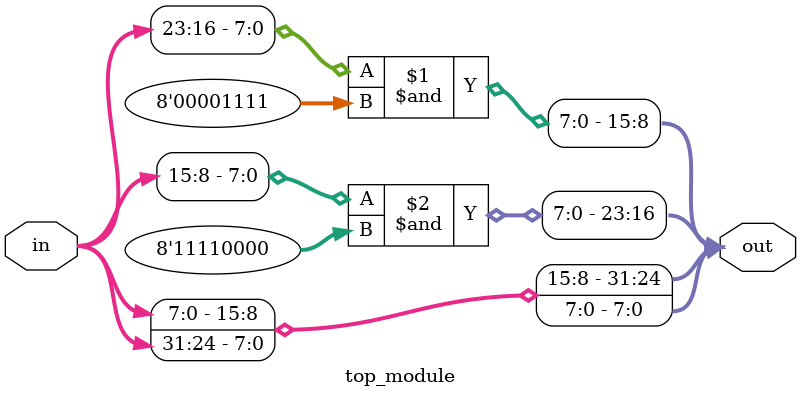
<source format=v>
module top_module (
  input [31:0] in,
  output [31:0] out
);

  // BUG: lower two bytes masked with zeros
  assign out = {
    in[7:0],
    in[15:8] & 8'hF0,   // masked high
    in[23:16] & 8'h0F,  // masked low
    in[31:24]
  };

endmodule

</source>
